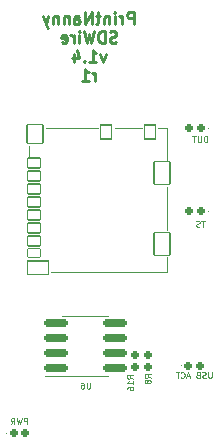
<source format=gbo>
%TF.GenerationSoftware,KiCad,Pcbnew,6.0.6*%
%TF.CreationDate,2022-08-23T18:22:02-07:00*%
%TF.ProjectId,SDWire,53445769-7265-42e6-9b69-6361645f7063,1.4 r1*%
%TF.SameCoordinates,Original*%
%TF.FileFunction,Legend,Bot*%
%TF.FilePolarity,Positive*%
%FSLAX46Y46*%
G04 Gerber Fmt 4.6, Leading zero omitted, Abs format (unit mm)*
G04 Created by KiCad (PCBNEW 6.0.6) date 2022-08-23 18:22:02*
%MOMM*%
%LPD*%
G01*
G04 APERTURE LIST*
G04 Aperture macros list*
%AMRoundRect*
0 Rectangle with rounded corners*
0 $1 Rounding radius*
0 $2 $3 $4 $5 $6 $7 $8 $9 X,Y pos of 4 corners*
0 Add a 4 corners polygon primitive as box body*
4,1,4,$2,$3,$4,$5,$6,$7,$8,$9,$2,$3,0*
0 Add four circle primitives for the rounded corners*
1,1,$1+$1,$2,$3*
1,1,$1+$1,$4,$5*
1,1,$1+$1,$6,$7*
1,1,$1+$1,$8,$9*
0 Add four rect primitives between the rounded corners*
20,1,$1+$1,$2,$3,$4,$5,0*
20,1,$1+$1,$4,$5,$6,$7,0*
20,1,$1+$1,$6,$7,$8,$9,0*
20,1,$1+$1,$8,$9,$2,$3,0*%
G04 Aperture macros list end*
%ADD10C,0.250000*%
%ADD11C,0.125000*%
%ADD12C,0.120000*%
%ADD13C,0.100000*%
%ADD14C,1.550000*%
%ADD15O,1.300000X2.000000*%
%ADD16RoundRect,0.050000X-0.550000X0.425000X-0.550000X-0.425000X0.550000X-0.425000X0.550000X0.425000X0*%
%ADD17RoundRect,0.050000X-0.550000X0.375000X-0.550000X-0.375000X0.550000X-0.375000X0.550000X0.375000X0*%
%ADD18RoundRect,0.050000X-0.500000X0.600000X-0.500000X-0.600000X0.500000X-0.600000X0.500000X0.600000X0*%
%ADD19RoundRect,0.050000X-0.900000X0.585000X-0.900000X-0.585000X0.900000X-0.585000X0.900000X0.585000X0*%
%ADD20RoundRect,0.050000X-0.675000X0.775000X-0.675000X-0.775000X0.675000X-0.775000X0.675000X0.775000X0*%
%ADD21RoundRect,0.050000X-0.675000X0.950000X-0.675000X-0.950000X0.675000X-0.950000X0.675000X0.950000X0*%
%ADD22RoundRect,0.197500X-0.147500X-0.172500X0.147500X-0.172500X0.147500X0.172500X-0.147500X0.172500X0*%
%ADD23RoundRect,0.197500X0.147500X0.172500X-0.147500X0.172500X-0.147500X-0.172500X0.147500X-0.172500X0*%
%ADD24RoundRect,0.197500X0.172500X-0.147500X0.172500X0.147500X-0.172500X0.147500X-0.172500X-0.147500X0*%
%ADD25RoundRect,0.200000X-0.825000X-0.150000X0.825000X-0.150000X0.825000X0.150000X-0.825000X0.150000X0*%
G04 APERTURE END LIST*
D10*
X151109523Y-96741780D02*
X151109523Y-95741780D01*
X150728571Y-95741780D01*
X150633333Y-95789400D01*
X150585714Y-95837019D01*
X150538095Y-95932257D01*
X150538095Y-96075114D01*
X150585714Y-96170352D01*
X150633333Y-96217971D01*
X150728571Y-96265590D01*
X151109523Y-96265590D01*
X150109523Y-96741780D02*
X150109523Y-96075114D01*
X150109523Y-96265590D02*
X150061904Y-96170352D01*
X150014285Y-96122733D01*
X149919047Y-96075114D01*
X149823809Y-96075114D01*
X149490476Y-96741780D02*
X149490476Y-96075114D01*
X149490476Y-95741780D02*
X149538095Y-95789400D01*
X149490476Y-95837019D01*
X149442857Y-95789400D01*
X149490476Y-95741780D01*
X149490476Y-95837019D01*
X149014285Y-96075114D02*
X149014285Y-96741780D01*
X149014285Y-96170352D02*
X148966666Y-96122733D01*
X148871428Y-96075114D01*
X148728571Y-96075114D01*
X148633333Y-96122733D01*
X148585714Y-96217971D01*
X148585714Y-96741780D01*
X148252380Y-96075114D02*
X147871428Y-96075114D01*
X148109523Y-95741780D02*
X148109523Y-96598923D01*
X148061904Y-96694161D01*
X147966666Y-96741780D01*
X147871428Y-96741780D01*
X147538095Y-96741780D02*
X147538095Y-95741780D01*
X146966666Y-96741780D01*
X146966666Y-95741780D01*
X146061904Y-96741780D02*
X146061904Y-96217971D01*
X146109523Y-96122733D01*
X146204761Y-96075114D01*
X146395238Y-96075114D01*
X146490476Y-96122733D01*
X146061904Y-96694161D02*
X146157142Y-96741780D01*
X146395238Y-96741780D01*
X146490476Y-96694161D01*
X146538095Y-96598923D01*
X146538095Y-96503685D01*
X146490476Y-96408447D01*
X146395238Y-96360828D01*
X146157142Y-96360828D01*
X146061904Y-96313209D01*
X145585714Y-96075114D02*
X145585714Y-96741780D01*
X145585714Y-96170352D02*
X145538095Y-96122733D01*
X145442857Y-96075114D01*
X145300000Y-96075114D01*
X145204761Y-96122733D01*
X145157142Y-96217971D01*
X145157142Y-96741780D01*
X144680952Y-96075114D02*
X144680952Y-96741780D01*
X144680952Y-96170352D02*
X144633333Y-96122733D01*
X144538095Y-96075114D01*
X144395238Y-96075114D01*
X144300000Y-96122733D01*
X144252380Y-96217971D01*
X144252380Y-96741780D01*
X143871428Y-96075114D02*
X143633333Y-96741780D01*
X143395238Y-96075114D02*
X143633333Y-96741780D01*
X143728571Y-96979876D01*
X143776190Y-97027495D01*
X143871428Y-97075114D01*
X149633333Y-98304161D02*
X149490476Y-98351780D01*
X149252380Y-98351780D01*
X149157142Y-98304161D01*
X149109523Y-98256542D01*
X149061904Y-98161304D01*
X149061904Y-98066066D01*
X149109523Y-97970828D01*
X149157142Y-97923209D01*
X149252380Y-97875590D01*
X149442857Y-97827971D01*
X149538095Y-97780352D01*
X149585714Y-97732733D01*
X149633333Y-97637495D01*
X149633333Y-97542257D01*
X149585714Y-97447019D01*
X149538095Y-97399400D01*
X149442857Y-97351780D01*
X149204761Y-97351780D01*
X149061904Y-97399400D01*
X148633333Y-98351780D02*
X148633333Y-97351780D01*
X148395238Y-97351780D01*
X148252380Y-97399400D01*
X148157142Y-97494638D01*
X148109523Y-97589876D01*
X148061904Y-97780352D01*
X148061904Y-97923209D01*
X148109523Y-98113685D01*
X148157142Y-98208923D01*
X148252380Y-98304161D01*
X148395238Y-98351780D01*
X148633333Y-98351780D01*
X147728571Y-97351780D02*
X147490476Y-98351780D01*
X147300000Y-97637495D01*
X147109523Y-98351780D01*
X146871428Y-97351780D01*
X146490476Y-98351780D02*
X146490476Y-97685114D01*
X146490476Y-97351780D02*
X146538095Y-97399400D01*
X146490476Y-97447019D01*
X146442857Y-97399400D01*
X146490476Y-97351780D01*
X146490476Y-97447019D01*
X146014285Y-98351780D02*
X146014285Y-97685114D01*
X146014285Y-97875590D02*
X145966666Y-97780352D01*
X145919047Y-97732733D01*
X145823809Y-97685114D01*
X145728571Y-97685114D01*
X145014285Y-98304161D02*
X145109523Y-98351780D01*
X145300000Y-98351780D01*
X145395238Y-98304161D01*
X145442857Y-98208923D01*
X145442857Y-97827971D01*
X145395238Y-97732733D01*
X145300000Y-97685114D01*
X145109523Y-97685114D01*
X145014285Y-97732733D01*
X144966666Y-97827971D01*
X144966666Y-97923209D01*
X145442857Y-98018447D01*
X148728571Y-99295114D02*
X148490476Y-99961780D01*
X148252380Y-99295114D01*
X147347619Y-99961780D02*
X147919047Y-99961780D01*
X147633333Y-99961780D02*
X147633333Y-98961780D01*
X147728571Y-99104638D01*
X147823809Y-99199876D01*
X147919047Y-99247495D01*
X146919047Y-99866542D02*
X146871428Y-99914161D01*
X146919047Y-99961780D01*
X146966666Y-99914161D01*
X146919047Y-99866542D01*
X146919047Y-99961780D01*
X146014285Y-99295114D02*
X146014285Y-99961780D01*
X146252380Y-98914161D02*
X146490476Y-99628447D01*
X145871428Y-99628447D01*
X147847619Y-101571780D02*
X147847619Y-100905114D01*
X147847619Y-101095590D02*
X147800000Y-101000352D01*
X147752380Y-100952733D01*
X147657142Y-100905114D01*
X147561904Y-100905114D01*
X146704761Y-101571780D02*
X147276190Y-101571780D01*
X146990476Y-101571780D02*
X146990476Y-100571780D01*
X147085714Y-100714638D01*
X147180952Y-100809876D01*
X147276190Y-100857495D01*
D11*
X142066666Y-130629790D02*
X142066666Y-130129790D01*
X141876190Y-130129790D01*
X141828571Y-130153600D01*
X141804761Y-130177409D01*
X141780952Y-130225028D01*
X141780952Y-130296457D01*
X141804761Y-130344076D01*
X141828571Y-130367885D01*
X141876190Y-130391695D01*
X142066666Y-130391695D01*
X141614285Y-130129790D02*
X141495238Y-130629790D01*
X141400000Y-130272647D01*
X141304761Y-130629790D01*
X141185714Y-130129790D01*
X140709523Y-130629790D02*
X140876190Y-130391695D01*
X140995238Y-130629790D02*
X140995238Y-130129790D01*
X140804761Y-130129790D01*
X140757142Y-130153600D01*
X140733333Y-130177409D01*
X140709523Y-130225028D01*
X140709523Y-130296457D01*
X140733333Y-130344076D01*
X140757142Y-130367885D01*
X140804761Y-130391695D01*
X140995238Y-130391695D01*
X157098952Y-113416590D02*
X156813238Y-113416590D01*
X156956095Y-113916590D02*
X156956095Y-113416590D01*
X156670380Y-113892780D02*
X156598952Y-113916590D01*
X156479904Y-113916590D01*
X156432285Y-113892780D01*
X156408476Y-113868971D01*
X156384666Y-113821352D01*
X156384666Y-113773733D01*
X156408476Y-113726114D01*
X156432285Y-113702304D01*
X156479904Y-113678495D01*
X156575142Y-113654685D01*
X156622761Y-113630876D01*
X156646571Y-113607066D01*
X156670380Y-113559447D01*
X156670380Y-113511828D01*
X156646571Y-113464209D01*
X156622761Y-113440400D01*
X156575142Y-113416590D01*
X156456095Y-113416590D01*
X156384666Y-113440400D01*
X157301333Y-106753790D02*
X157301333Y-106253790D01*
X157182285Y-106253790D01*
X157110857Y-106277600D01*
X157063238Y-106325219D01*
X157039428Y-106372838D01*
X157015619Y-106468076D01*
X157015619Y-106539504D01*
X157039428Y-106634742D01*
X157063238Y-106682361D01*
X157110857Y-106729980D01*
X157182285Y-106753790D01*
X157301333Y-106753790D01*
X156801333Y-106253790D02*
X156801333Y-106658552D01*
X156777523Y-106706171D01*
X156753714Y-106729980D01*
X156706095Y-106753790D01*
X156610857Y-106753790D01*
X156563238Y-106729980D01*
X156539428Y-106706171D01*
X156515619Y-106658552D01*
X156515619Y-106253790D01*
X156348952Y-106253790D02*
X156063238Y-106253790D01*
X156206095Y-106753790D02*
X156206095Y-106253790D01*
X157686190Y-126218190D02*
X157686190Y-126622952D01*
X157662380Y-126670571D01*
X157638571Y-126694380D01*
X157590952Y-126718190D01*
X157495714Y-126718190D01*
X157448095Y-126694380D01*
X157424285Y-126670571D01*
X157400476Y-126622952D01*
X157400476Y-126218190D01*
X157186190Y-126694380D02*
X157114761Y-126718190D01*
X156995714Y-126718190D01*
X156948095Y-126694380D01*
X156924285Y-126670571D01*
X156900476Y-126622952D01*
X156900476Y-126575333D01*
X156924285Y-126527714D01*
X156948095Y-126503904D01*
X156995714Y-126480095D01*
X157090952Y-126456285D01*
X157138571Y-126432476D01*
X157162380Y-126408666D01*
X157186190Y-126361047D01*
X157186190Y-126313428D01*
X157162380Y-126265809D01*
X157138571Y-126242000D01*
X157090952Y-126218190D01*
X156971904Y-126218190D01*
X156900476Y-126242000D01*
X156519523Y-126456285D02*
X156448095Y-126480095D01*
X156424285Y-126503904D01*
X156400476Y-126551523D01*
X156400476Y-126622952D01*
X156424285Y-126670571D01*
X156448095Y-126694380D01*
X156495714Y-126718190D01*
X156686190Y-126718190D01*
X156686190Y-126218190D01*
X156519523Y-126218190D01*
X156471904Y-126242000D01*
X156448095Y-126265809D01*
X156424285Y-126313428D01*
X156424285Y-126361047D01*
X156448095Y-126408666D01*
X156471904Y-126432476D01*
X156519523Y-126456285D01*
X156686190Y-126456285D01*
X155829047Y-126575333D02*
X155590952Y-126575333D01*
X155876666Y-126718190D02*
X155710000Y-126218190D01*
X155543333Y-126718190D01*
X155090952Y-126670571D02*
X155114761Y-126694380D01*
X155186190Y-126718190D01*
X155233809Y-126718190D01*
X155305238Y-126694380D01*
X155352857Y-126646761D01*
X155376666Y-126599142D01*
X155400476Y-126503904D01*
X155400476Y-126432476D01*
X155376666Y-126337238D01*
X155352857Y-126289619D01*
X155305238Y-126242000D01*
X155233809Y-126218190D01*
X155186190Y-126218190D01*
X155114761Y-126242000D01*
X155090952Y-126265809D01*
X154948095Y-126218190D02*
X154662380Y-126218190D01*
X154805238Y-126718190D02*
X154805238Y-126218190D01*
X151051390Y-126780171D02*
X150813295Y-126613504D01*
X151051390Y-126494457D02*
X150551390Y-126494457D01*
X150551390Y-126684933D01*
X150575200Y-126732552D01*
X150599009Y-126756361D01*
X150646628Y-126780171D01*
X150718057Y-126780171D01*
X150765676Y-126756361D01*
X150789485Y-126732552D01*
X150813295Y-126684933D01*
X150813295Y-126494457D01*
X151051390Y-127256361D02*
X151051390Y-126970647D01*
X151051390Y-127113504D02*
X150551390Y-127113504D01*
X150622819Y-127065885D01*
X150670438Y-127018266D01*
X150694247Y-126970647D01*
X150551390Y-127684933D02*
X150551390Y-127589695D01*
X150575200Y-127542076D01*
X150599009Y-127518266D01*
X150670438Y-127470647D01*
X150765676Y-127446838D01*
X150956152Y-127446838D01*
X151003771Y-127470647D01*
X151027580Y-127494457D01*
X151051390Y-127542076D01*
X151051390Y-127637314D01*
X151027580Y-127684933D01*
X151003771Y-127708742D01*
X150956152Y-127732552D01*
X150837104Y-127732552D01*
X150789485Y-127708742D01*
X150765676Y-127684933D01*
X150741866Y-127637314D01*
X150741866Y-127542076D01*
X150765676Y-127494457D01*
X150789485Y-127470647D01*
X150837104Y-127446838D01*
X147380952Y-127126190D02*
X147380952Y-127530952D01*
X147357142Y-127578571D01*
X147333333Y-127602380D01*
X147285714Y-127626190D01*
X147190476Y-127626190D01*
X147142857Y-127602380D01*
X147119047Y-127578571D01*
X147095238Y-127530952D01*
X147095238Y-127126190D01*
X146642857Y-127126190D02*
X146738095Y-127126190D01*
X146785714Y-127150000D01*
X146809523Y-127173809D01*
X146857142Y-127245238D01*
X146880952Y-127340476D01*
X146880952Y-127530952D01*
X146857142Y-127578571D01*
X146833333Y-127602380D01*
X146785714Y-127626190D01*
X146690476Y-127626190D01*
X146642857Y-127602380D01*
X146619047Y-127578571D01*
X146595238Y-127530952D01*
X146595238Y-127411904D01*
X146619047Y-127364285D01*
X146642857Y-127340476D01*
X146690476Y-127316666D01*
X146785714Y-127316666D01*
X146833333Y-127340476D01*
X146857142Y-127364285D01*
X146880952Y-127411904D01*
X152524590Y-126713466D02*
X152286495Y-126546800D01*
X152524590Y-126427752D02*
X152024590Y-126427752D01*
X152024590Y-126618228D01*
X152048400Y-126665847D01*
X152072209Y-126689657D01*
X152119828Y-126713466D01*
X152191257Y-126713466D01*
X152238876Y-126689657D01*
X152262685Y-126665847D01*
X152286495Y-126618228D01*
X152286495Y-126427752D01*
X152238876Y-126999180D02*
X152215066Y-126951561D01*
X152191257Y-126927752D01*
X152143638Y-126903942D01*
X152119828Y-126903942D01*
X152072209Y-126927752D01*
X152048400Y-126951561D01*
X152024590Y-126999180D01*
X152024590Y-127094419D01*
X152048400Y-127142038D01*
X152072209Y-127165847D01*
X152119828Y-127189657D01*
X152143638Y-127189657D01*
X152191257Y-127165847D01*
X152215066Y-127142038D01*
X152238876Y-127094419D01*
X152238876Y-126999180D01*
X152262685Y-126951561D01*
X152286495Y-126927752D01*
X152334114Y-126903942D01*
X152429352Y-126903942D01*
X152476971Y-126927752D01*
X152500780Y-126951561D01*
X152524590Y-126999180D01*
X152524590Y-127094419D01*
X152500780Y-127142038D01*
X152476971Y-127165847D01*
X152429352Y-127189657D01*
X152334114Y-127189657D01*
X152286495Y-127165847D01*
X152262685Y-127142038D01*
X152238876Y-127094419D01*
D12*
X142262000Y-107043000D02*
X142262000Y-107903000D01*
X143632000Y-105563000D02*
X148082000Y-105563000D01*
X153902000Y-116513000D02*
X153902000Y-117743000D01*
X153182000Y-105563000D02*
X153902000Y-105563000D01*
X153902000Y-105563000D02*
X153902000Y-108243000D01*
X153902000Y-110543000D02*
X153902000Y-114213000D01*
X149482000Y-105563000D02*
X151782000Y-105563000D01*
X153902000Y-117743000D02*
X144082000Y-117743000D01*
D13*
X140360000Y-131400000D02*
G75*
G03*
X140360000Y-131400000I-50000J0D01*
G01*
X157440000Y-112600000D02*
G75*
G03*
X157440000Y-112600000I-50000J0D01*
G01*
X157440000Y-105600000D02*
G75*
G03*
X157440000Y-105600000I-50000J0D01*
G01*
X155160000Y-125679200D02*
G75*
G03*
X155160000Y-125679200I-50000J0D01*
G01*
D12*
X147000000Y-126560000D02*
X148950000Y-126560000D01*
X147000000Y-121440000D02*
X145050000Y-121440000D01*
X147000000Y-126560000D02*
X143550000Y-126560000D01*
X147000000Y-121440000D02*
X148950000Y-121440000D01*
%LPC*%
D14*
X144700000Y-128941100D03*
X149700000Y-128941100D03*
D15*
X150700000Y-131641100D03*
X143700000Y-131641100D03*
D16*
X142632000Y-108528000D03*
X142632000Y-109628000D03*
X142632000Y-110728000D03*
X142632000Y-111828000D03*
X142632000Y-112928000D03*
X142632000Y-114028000D03*
X142632000Y-115128000D03*
D17*
X142632000Y-116178000D03*
D18*
X148782000Y-105893000D03*
X152482000Y-105893000D03*
D19*
X142982000Y-117388000D03*
D20*
X142757000Y-106068000D03*
D21*
X153457000Y-115363000D03*
X153457000Y-109393000D03*
D22*
X140915000Y-131400000D03*
X141885000Y-131400000D03*
D23*
X156785000Y-112600000D03*
X155815000Y-112600000D03*
X156785000Y-105600000D03*
X155815000Y-105600000D03*
D22*
X155715000Y-125679200D03*
X156685000Y-125679200D03*
D24*
X151200000Y-125785000D03*
X151200000Y-124815000D03*
D25*
X144525000Y-125905000D03*
X144525000Y-124635000D03*
X144525000Y-123365000D03*
X144525000Y-122095000D03*
X149475000Y-122095000D03*
X149475000Y-123365000D03*
X149475000Y-124635000D03*
X149475000Y-125905000D03*
D24*
X152300000Y-125770000D03*
X152300000Y-124800000D03*
M02*

</source>
